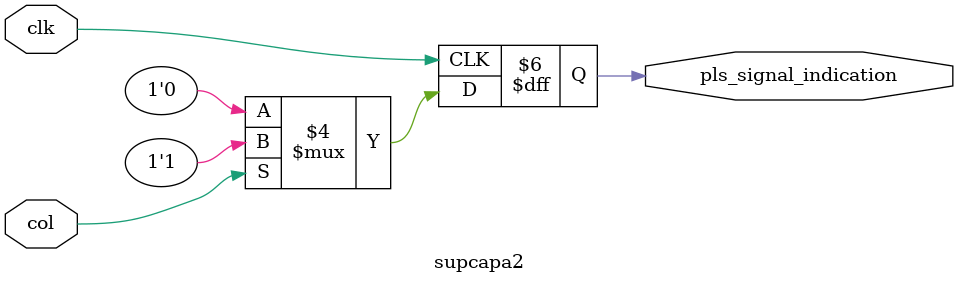
<source format=v>
module supcapa2(
    input clk,
    input col,
    output reg pls_signal_indication 
);

//empezamos con la lógica
always @(posedge clk) begin
    if (!col)
    pls_signal_indication = 0;
    else
    pls_signal_indication = 1;
end//fin del always

endmodule

</source>
